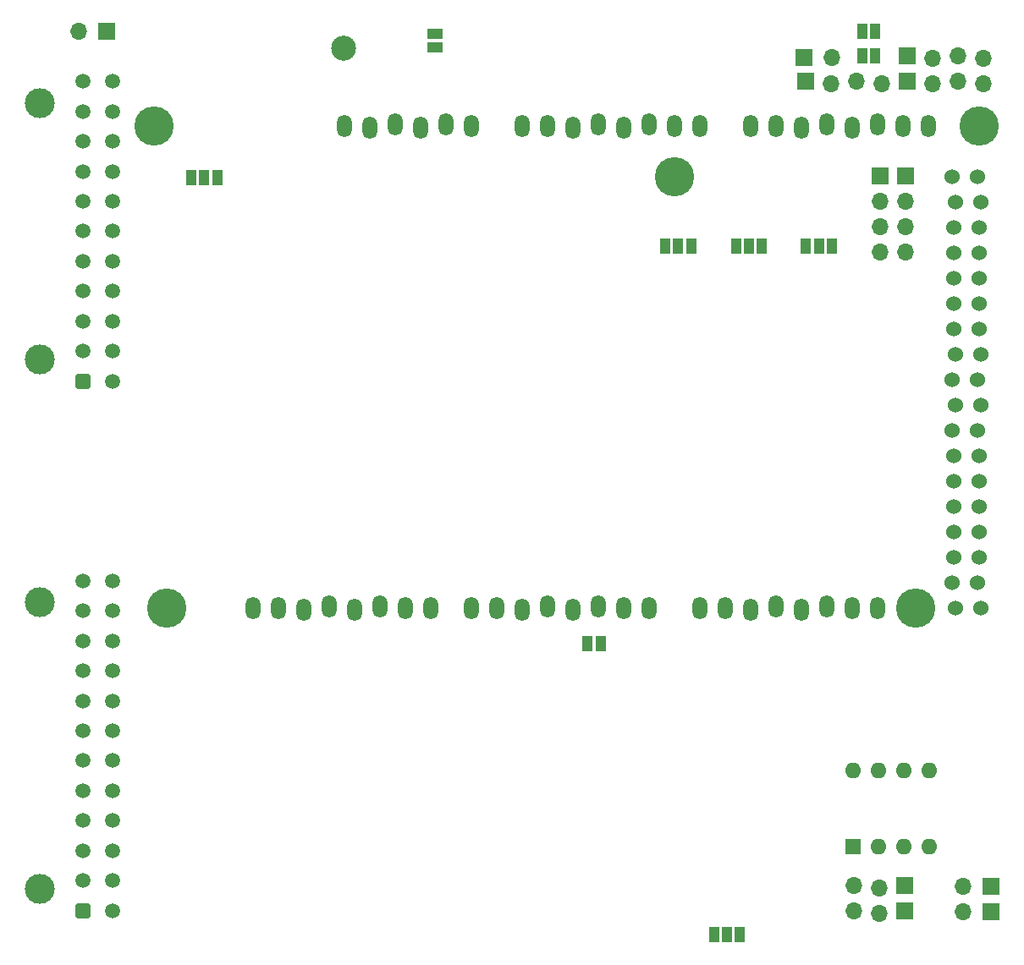
<source format=gbs>
G04 #@! TF.GenerationSoftware,KiCad,Pcbnew,7.0.7+dfsg-1*
G04 #@! TF.CreationDate,2024-05-02T13:52:24+03:00*
G04 #@! TF.ProjectId,UA4C-vC5,55413443-2d76-4433-952e-6b696361645f,C5*
G04 #@! TF.SameCoordinates,Original*
G04 #@! TF.FileFunction,Soldermask,Bot*
G04 #@! TF.FilePolarity,Negative*
%FSLAX46Y46*%
G04 Gerber Fmt 4.6, Leading zero omitted, Abs format (unit mm)*
G04 Created by KiCad (PCBNEW 7.0.7+dfsg-1) date 2024-05-02 13:52:24*
%MOMM*%
%LPD*%
G01*
G04 APERTURE LIST*
G04 Aperture macros list*
%AMRoundRect*
0 Rectangle with rounded corners*
0 $1 Rounding radius*
0 $2 $3 $4 $5 $6 $7 $8 $9 X,Y pos of 4 corners*
0 Add a 4 corners polygon primitive as box body*
4,1,4,$2,$3,$4,$5,$6,$7,$8,$9,$2,$3,0*
0 Add four circle primitives for the rounded corners*
1,1,$1+$1,$2,$3*
1,1,$1+$1,$4,$5*
1,1,$1+$1,$6,$7*
1,1,$1+$1,$8,$9*
0 Add four rect primitives between the rounded corners*
20,1,$1+$1,$2,$3,$4,$5,0*
20,1,$1+$1,$4,$5,$6,$7,0*
20,1,$1+$1,$6,$7,$8,$9,0*
20,1,$1+$1,$8,$9,$2,$3,0*%
G04 Aperture macros list end*
%ADD10R,1.700000X1.700000*%
%ADD11O,1.700000X1.700000*%
%ADD12C,3.000000*%
%ADD13RoundRect,0.250001X0.499999X-0.499999X0.499999X0.499999X-0.499999X0.499999X-0.499999X-0.499999X0*%
%ADD14C,1.500000*%
%ADD15R,1.600000X1.600000*%
%ADD16O,1.600000X1.600000*%
%ADD17C,2.499360*%
%ADD18C,3.937000*%
%ADD19O,1.500000X2.250000*%
%ADD20C,1.524000*%
%ADD21R,1.000000X1.500000*%
%ADD22R,1.500000X1.000000*%
G04 APERTURE END LIST*
D10*
X179295000Y-70450000D03*
D11*
X181835000Y-70730000D03*
X184375000Y-70450000D03*
X186915000Y-70730000D03*
D10*
X169135000Y-72990000D03*
D11*
X171675000Y-73270000D03*
X174215000Y-72990000D03*
X176755000Y-73270000D03*
D10*
X176650000Y-82435000D03*
D11*
X176650000Y-84975000D03*
X176650000Y-87515000D03*
X176650000Y-90055000D03*
D10*
X179190000Y-82435000D03*
D11*
X179190000Y-84975000D03*
X179190000Y-87515000D03*
X179190000Y-90055000D03*
D10*
X179295000Y-72990000D03*
D11*
X181835000Y-73270000D03*
X184375000Y-72990000D03*
X186915000Y-73270000D03*
D12*
X92505000Y-75160000D03*
X92505000Y-100860000D03*
D13*
X96825000Y-103000000D03*
D14*
X96825000Y-100000000D03*
X96825000Y-97000000D03*
X96825000Y-94000000D03*
X96825000Y-91000000D03*
X96825000Y-88000000D03*
X96825000Y-85000000D03*
X96825000Y-82000000D03*
X96825000Y-79000000D03*
X96825000Y-76000000D03*
X96825000Y-73000000D03*
X99825000Y-103000000D03*
X99825000Y-100000000D03*
X99825000Y-97000000D03*
X99825000Y-94000000D03*
X99825000Y-91000000D03*
X99825000Y-88000000D03*
X99825000Y-85000000D03*
X99825000Y-82000000D03*
X99825000Y-79000000D03*
X99825000Y-76000000D03*
X99825000Y-73000000D03*
D10*
X168995000Y-70590000D03*
D11*
X171815000Y-70590000D03*
D15*
X173920000Y-149620000D03*
D16*
X176460000Y-149620000D03*
X179000000Y-149620000D03*
X181540000Y-149620000D03*
X181540000Y-142000000D03*
X179000000Y-142000000D03*
X176460000Y-142000000D03*
X173920000Y-142000000D03*
D10*
X179040000Y-155999534D03*
D11*
X176500000Y-156279534D03*
X173960000Y-155999534D03*
D10*
X187701482Y-156129988D03*
D11*
X184881482Y-156129988D03*
D10*
X99240000Y-68000000D03*
D11*
X96420000Y-68000000D03*
D17*
X122900000Y-69700000D03*
D12*
X92505000Y-153860000D03*
X92505000Y-125160000D03*
D13*
X96825000Y-156000000D03*
D14*
X96825000Y-153000000D03*
X96825000Y-150000000D03*
X96825000Y-147000000D03*
X96825000Y-144000000D03*
X96825000Y-141000000D03*
X96825000Y-138000000D03*
X96825000Y-135000000D03*
X96825000Y-132000000D03*
X96825000Y-129000000D03*
X96825000Y-126000000D03*
X96825000Y-123000000D03*
X99825000Y-156000000D03*
X99825000Y-153000000D03*
X99825000Y-150000000D03*
X99825000Y-147000000D03*
X99825000Y-144000000D03*
X99825000Y-141000000D03*
X99825000Y-138000000D03*
X99825000Y-135000000D03*
X99825000Y-132000000D03*
X99825000Y-129000000D03*
X99825000Y-126000000D03*
X99825000Y-123000000D03*
D10*
X179040000Y-153459534D03*
D11*
X176500000Y-153739534D03*
X173960000Y-153459534D03*
D10*
X187701482Y-153589988D03*
D11*
X184881482Y-153589988D03*
D18*
X103980000Y-77465000D03*
X105250000Y-125725000D03*
X156050000Y-82545000D03*
X186530000Y-77465000D03*
X180180000Y-125725000D03*
D19*
X153510000Y-125725000D03*
X150970000Y-125725000D03*
X148430000Y-125585000D03*
X145890000Y-125865000D03*
X125570000Y-77605000D03*
X143350000Y-125585000D03*
X140810000Y-125865000D03*
X128110000Y-77325000D03*
D20*
X184130000Y-125725000D03*
X186670000Y-125725000D03*
D19*
X138270000Y-125725000D03*
X135730000Y-125725000D03*
X131666000Y-125725000D03*
X129126000Y-125725000D03*
X126586000Y-125585000D03*
X124046000Y-125865000D03*
X121506000Y-125585000D03*
X118966000Y-125865000D03*
X158590000Y-125725000D03*
X161130000Y-125725000D03*
X163670000Y-125865000D03*
X166210000Y-125585000D03*
X168750000Y-125865000D03*
X171290000Y-125585000D03*
X173830000Y-125725000D03*
X176370000Y-125725000D03*
D20*
X183850000Y-123185000D03*
X186390000Y-123185000D03*
X183990000Y-120645000D03*
X186530000Y-120645000D03*
X183990000Y-118105000D03*
X186530000Y-118105000D03*
X183990000Y-115565000D03*
X186530000Y-115565000D03*
X183990000Y-113025000D03*
X186530000Y-113025000D03*
X183990000Y-110485000D03*
X186530000Y-110485000D03*
X183850000Y-107945000D03*
X186390000Y-107945000D03*
X184130000Y-105405000D03*
X186670000Y-105405000D03*
X183850000Y-102865000D03*
X186390000Y-102865000D03*
X184130000Y-100325000D03*
X186670000Y-100325000D03*
X183990000Y-97785000D03*
X186530000Y-97785000D03*
X183990000Y-95245000D03*
X186530000Y-95245000D03*
X183990000Y-92705000D03*
X186530000Y-92705000D03*
X183990000Y-90165000D03*
X186530000Y-90165000D03*
X183990000Y-87625000D03*
X186530000Y-87625000D03*
X184130000Y-85085000D03*
X186670000Y-85085000D03*
D19*
X140810000Y-77465000D03*
X143350000Y-77465000D03*
X145890000Y-77605000D03*
X148430000Y-77325000D03*
X150970000Y-77605000D03*
X153510000Y-77325000D03*
X156050000Y-77465000D03*
X158590000Y-77465000D03*
X163670000Y-77465000D03*
X166210000Y-77465000D03*
X168750000Y-77605000D03*
X171290000Y-77325000D03*
X173830000Y-77605000D03*
X176370000Y-77325000D03*
X178910000Y-77465000D03*
X181450000Y-77465000D03*
X113886000Y-125725000D03*
X130650000Y-77605000D03*
X133190000Y-77325000D03*
X116426000Y-125725000D03*
D20*
X183850000Y-82545000D03*
X186390000Y-82545000D03*
D19*
X123030000Y-77465000D03*
X135730000Y-77465000D03*
D21*
X174850000Y-68000000D03*
X176150000Y-68000000D03*
X174850000Y-70400000D03*
X176150000Y-70400000D03*
X162200000Y-89500000D03*
X163500000Y-89500000D03*
X164800000Y-89500000D03*
X169200000Y-89500000D03*
X170500000Y-89500000D03*
X171800000Y-89500000D03*
X110300000Y-82600000D03*
X109000000Y-82600000D03*
X107700000Y-82600000D03*
X147350000Y-129300000D03*
X148650000Y-129300000D03*
X160000000Y-158400000D03*
X161300000Y-158400000D03*
X162600000Y-158400000D03*
X155100000Y-89500000D03*
X156400000Y-89500000D03*
X157700000Y-89500000D03*
D22*
X132100000Y-69550000D03*
X132100000Y-68250000D03*
M02*

</source>
